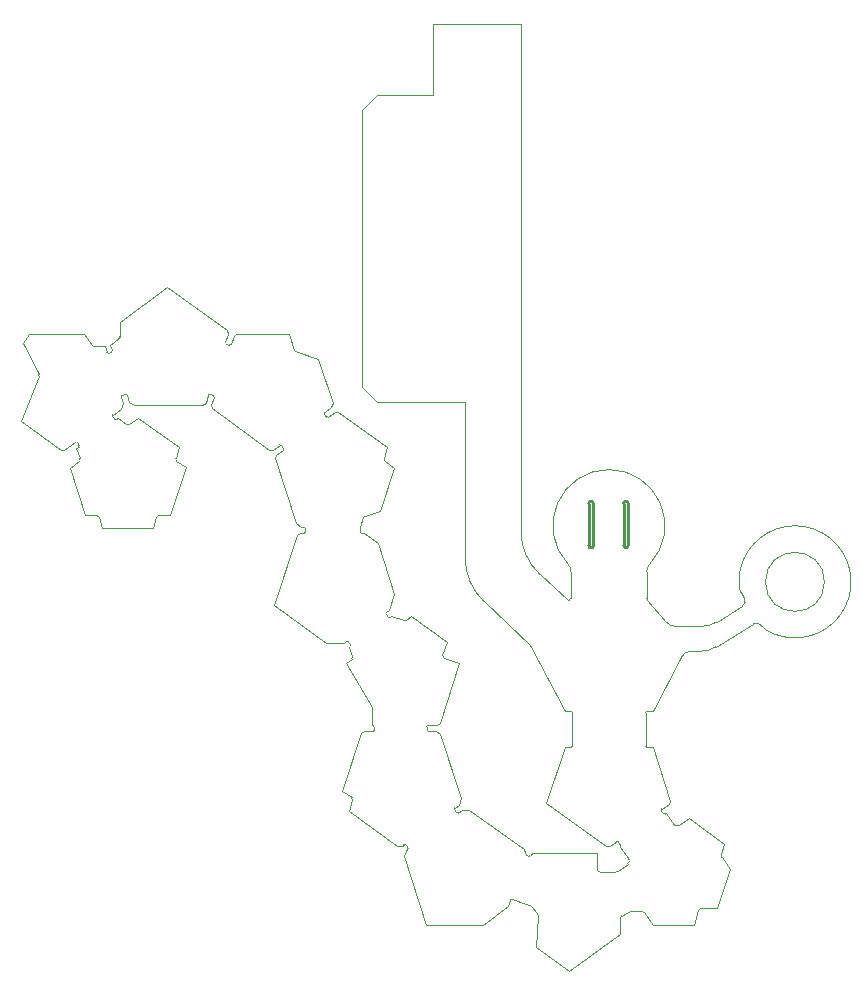
<source format=gbr>
G04 #@! TF.GenerationSoftware,KiCad,Pcbnew,(6.0.1)*
G04 #@! TF.CreationDate,2022-05-29T23:08:33-04:00*
G04 #@! TF.ProjectId,Main-rounded,4d61696e-2d72-46f7-956e-6465642e6b69,10*
G04 #@! TF.SameCoordinates,Original*
G04 #@! TF.FileFunction,Profile,NP*
%FSLAX46Y46*%
G04 Gerber Fmt 4.6, Leading zero omitted, Abs format (unit mm)*
G04 Created by KiCad (PCBNEW (6.0.1)) date 2022-05-29 23:08:33*
%MOMM*%
%LPD*%
G01*
G04 APERTURE LIST*
G04 #@! TA.AperFunction,Profile*
%ADD10C,0.050000*%
G04 #@! TD*
G04 #@! TA.AperFunction,Profile*
%ADD11C,0.250000*%
G04 #@! TD*
G04 APERTURE END LIST*
D10*
X263823981Y-113250446D02*
X263048929Y-113250446D01*
X259161188Y-121307091D02*
G75*
G03*
X259261086Y-121407127I99999J-37D01*
G01*
X213526656Y-87933181D02*
X213370036Y-87450460D01*
X213171890Y-102822060D02*
X212872836Y-101903165D01*
X207779999Y-89930000D02*
G75*
G03*
X207773241Y-89768751I-186211J72961D01*
G01*
X260819092Y-127004731D02*
X260861739Y-126973747D01*
X261227890Y-125903060D02*
X261144682Y-126157307D01*
X214476267Y-93528509D02*
X215188360Y-94045785D01*
X261690375Y-111154971D02*
X263871109Y-111154851D01*
X237596767Y-110305187D02*
X237491109Y-110381869D01*
X233483890Y-125069060D02*
X235070966Y-120188902D01*
X243150847Y-126890151D02*
G75*
G03*
X243290522Y-126912308I80916J58760D01*
G01*
D11*
X257700000Y-100750000D02*
X257700000Y-104300000D01*
D10*
X257039428Y-129627056D02*
X256862859Y-129384387D01*
X263871109Y-111154851D02*
G75*
G03*
X265184143Y-110782192I-136J2499993D01*
G01*
X259525302Y-105865390D02*
G75*
G03*
X259255705Y-106548256I730395J-683013D01*
G01*
X257144671Y-135653256D02*
G75*
G03*
X257020890Y-135896046I176223J-242792D01*
G01*
X244250284Y-126658984D02*
X248891785Y-130034616D01*
X236049847Y-120033038D02*
G75*
G03*
X236149869Y-119933060I21J100001D01*
G01*
X252555111Y-108933437D02*
X250200410Y-106734302D01*
X234337923Y-125861218D02*
G75*
G03*
X234265399Y-125637588I-190178J61900D01*
G01*
X243893890Y-92190260D02*
X243893890Y-105390238D01*
X243290522Y-126912308D02*
X243639432Y-126658938D01*
X267082057Y-107840608D02*
G75*
G03*
X267226368Y-108269618I995396J96056D01*
G01*
X213937992Y-87904854D02*
G75*
G03*
X214002250Y-87778874I-30862J95120D01*
G01*
X267523262Y-108750849D02*
X267226368Y-108269618D01*
X235286010Y-120032868D02*
X236049847Y-120033038D01*
X267360364Y-109438847D02*
G75*
G03*
X267523262Y-108750849I-262636J425468D01*
G01*
X249922890Y-138334060D02*
X250072841Y-135662644D01*
X241723035Y-119347784D02*
X241466851Y-119534242D01*
X243367984Y-126238131D02*
X242996727Y-126507729D01*
X224505890Y-86374160D02*
X228951890Y-86375960D01*
D11*
X254750000Y-100770000D02*
X254750000Y-104320000D01*
D10*
X238669005Y-110653580D02*
G75*
G03*
X238848322Y-110625204I61804J190208D01*
G01*
D11*
X257300000Y-104300000D02*
G75*
G03*
X257700000Y-104300000I200000J0D01*
G01*
D10*
X241123890Y-66190060D02*
X241123890Y-60110060D01*
X234265399Y-125637588D02*
X233483890Y-125069060D01*
X260528463Y-126603989D02*
G75*
G03*
X260506189Y-126743647I58692J-80966D01*
G01*
X238708711Y-130581176D02*
X238855870Y-130132637D01*
X223697152Y-86094638D02*
X223803339Y-86421524D01*
X213526656Y-87933181D02*
G75*
G03*
X213652636Y-87997439I95120J30862D01*
G01*
X248982007Y-130341953D02*
G75*
G03*
X249046288Y-130468046I95090J-30955D01*
G01*
X261564789Y-127941436D02*
G75*
G03*
X261983843Y-128007801I242708J176332D01*
G01*
X256723308Y-129362256D02*
X256141324Y-129784123D01*
X221640944Y-92438968D02*
X215825808Y-92436638D01*
X265184143Y-110782192D02*
X267360364Y-109438847D01*
X257020890Y-137173060D02*
X252669890Y-140331060D01*
X239320890Y-110282060D02*
X242319890Y-112463060D01*
X255069469Y-131685100D02*
X255070000Y-130330000D01*
X228474526Y-96185949D02*
G75*
G03*
X228496695Y-96046276I-58751J80921D01*
G01*
X211004570Y-95554278D02*
G75*
G03*
X210864899Y-95532094I-80927J-58743D01*
G01*
X250773013Y-126125969D02*
X252311171Y-121400080D01*
X248613172Y-103079486D02*
G75*
G03*
X250200410Y-106734302I4999992J-636D01*
G01*
X230321510Y-102845974D02*
G75*
G03*
X230221533Y-102745951I-99999J24D01*
G01*
X274308890Y-107386060D02*
G75*
G03*
X274308890Y-107386060I-2500000J0D01*
G01*
X215825808Y-92436638D02*
X215416949Y-92139155D01*
X248618616Y-60110060D02*
X248613172Y-103079486D01*
X252336041Y-118335253D02*
X249365890Y-112702060D01*
X232669535Y-92274228D02*
X232563957Y-92598986D01*
X212872836Y-101903165D02*
G75*
G03*
X212682655Y-101765060I-190180J-61893D01*
G01*
X248986794Y-130327245D02*
X248982006Y-130341953D01*
X233979479Y-112436214D02*
G75*
G03*
X233839810Y-112414020I-80932J-58736D01*
G01*
X219364847Y-96907578D02*
G75*
G03*
X219437566Y-97131273I190199J-61837D01*
G01*
X230221533Y-102745951D02*
X230008026Y-102745903D01*
X229519790Y-87858990D02*
X231439890Y-88483760D01*
X211004570Y-95554278D02*
X211180801Y-95797059D01*
X242974570Y-126647403D02*
X243150847Y-126890151D01*
X212313991Y-87368040D02*
G75*
G03*
X212475777Y-87450460I161785J117577D01*
G01*
X238855870Y-130132637D02*
X238995325Y-130031369D01*
X221907551Y-92245253D02*
X221640944Y-92438968D01*
D11*
X257300000Y-104300000D02*
X257300000Y-100750000D01*
D10*
X256847850Y-131830902D02*
X257655174Y-131244290D01*
X237012857Y-96913203D02*
G75*
G03*
X237085380Y-97136833I190179J-61900D01*
G01*
X220221890Y-97700560D02*
X218899890Y-101763060D01*
D11*
X254350000Y-104320000D02*
X254350000Y-100770000D01*
D10*
X252836303Y-118336741D02*
X252336041Y-118335253D01*
X240649840Y-119934060D02*
G75*
G03*
X240749818Y-120034082I100001J-21D01*
G01*
X222484604Y-92698842D02*
X222385255Y-92393080D01*
X206480000Y-87190000D02*
X206995890Y-86367060D01*
X263241890Y-136413060D02*
X259758341Y-136411153D01*
X237596767Y-110305187D02*
X238669005Y-110653580D01*
X210392890Y-97702460D02*
X211176368Y-97133069D01*
X231439890Y-88483760D02*
X232669535Y-92274228D01*
D11*
X254750000Y-100770000D02*
G75*
G03*
X254350000Y-100770000I-200000J0D01*
G01*
D10*
X237351440Y-110359675D02*
G75*
G03*
X237491109Y-110381869I80932J58736D01*
G01*
X211158617Y-95936730D02*
G75*
G03*
X211180801Y-95797059I-58743J80927D01*
G01*
X222253313Y-91506155D02*
G75*
G03*
X222127271Y-91570291I-30954J-95088D01*
G01*
X250122890Y-130328060D02*
X255070000Y-130330000D01*
X228496695Y-96046276D02*
X228320440Y-95803512D01*
X235003903Y-102731665D02*
G75*
G03*
X234998990Y-102762599I95093J-30960D01*
G01*
X257482806Y-135407836D02*
X257958396Y-135253520D01*
X233979478Y-112436215D02*
X234155689Y-112679011D01*
X247513556Y-134852512D02*
X245374890Y-136405060D01*
X263925007Y-134982213D02*
G75*
G03*
X263639483Y-135189500I-209J-300001D01*
G01*
X214476267Y-93528509D02*
X214343981Y-93624533D01*
X222602714Y-91725061D02*
G75*
G03*
X222538579Y-91599018I-95089J30954D01*
G01*
X268286751Y-110933192D02*
X265137350Y-112877666D01*
X237465123Y-109782925D02*
X237903300Y-108405093D01*
X257017345Y-129766793D02*
G75*
G03*
X257039428Y-129627056I-58776J80902D01*
G01*
X249331698Y-130560464D02*
G75*
G03*
X249457592Y-130496284I30807J95135D01*
G01*
X216208890Y-93475360D02*
X219663890Y-95987760D01*
X223582100Y-87101156D02*
G75*
G03*
X223646234Y-87227199I95090J-30954D01*
G01*
X268977946Y-111100433D02*
G75*
G03*
X269291469Y-111411540I843720J536740D01*
G01*
X223931500Y-87320061D02*
G75*
G03*
X224057543Y-87255927I30954J95090D01*
G01*
X233595070Y-112591641D02*
X233839810Y-112414020D01*
X243893890Y-105390238D02*
G75*
G03*
X245466403Y-109030613I5000002J1D01*
G01*
X240749929Y-119534082D02*
G75*
G03*
X240649907Y-119634060I-21J-100001D01*
G01*
X262840890Y-127385060D02*
X265838890Y-129565060D01*
X249457592Y-130496284D02*
X249512359Y-130328060D01*
X259255705Y-106548256D02*
X259255370Y-108764506D01*
X247686697Y-134320683D02*
X247513556Y-134852512D01*
X215416949Y-92139155D02*
X215224971Y-91547453D01*
X211587853Y-86368891D02*
X212313991Y-87368040D01*
X207773241Y-89768751D02*
X206480000Y-87190000D01*
X236513890Y-104122060D02*
X237903300Y-108405093D01*
X255803473Y-129784123D02*
X250773013Y-126125969D01*
X243639432Y-126658938D02*
X244250284Y-126658984D01*
X229609532Y-103449327D02*
X229889212Y-103245876D01*
X219663890Y-95987760D02*
X219364847Y-96907578D01*
X217933115Y-101763928D02*
G75*
G03*
X217743062Y-101902193I183J-200004D01*
G01*
X211710890Y-101765060D02*
X210392890Y-97702460D01*
X214560399Y-86773356D02*
G75*
G03*
X214642890Y-86611518I-117509J161838D01*
G01*
X222127271Y-91570291D02*
X221907551Y-92245253D01*
X234998990Y-102762599D02*
X234998903Y-103147033D01*
X261983843Y-128007801D02*
X262840890Y-127385060D01*
X222385255Y-92393080D02*
X222602714Y-91725061D01*
X241454858Y-120034239D02*
X241766912Y-120261375D01*
X252850954Y-108733008D02*
X252851781Y-106544188D01*
X214642890Y-85381745D02*
X218682890Y-82448560D01*
X238098235Y-129732516D02*
X234037890Y-126783060D01*
X236513890Y-104122060D02*
X235349455Y-103247112D01*
X261144682Y-126157307D02*
X260528463Y-126603989D01*
X209912085Y-96223725D02*
X210864899Y-95532094D01*
X214050260Y-93219896D02*
X214754189Y-92708896D01*
X234345075Y-113697826D02*
X234074046Y-112861824D01*
X263639483Y-135189500D02*
X263241890Y-136413060D01*
X252311171Y-121400080D02*
X252834870Y-121400611D01*
X252834870Y-121400611D02*
G75*
G03*
X252934971Y-121300647I100J100001D01*
G01*
X234133494Y-112818680D02*
X234074046Y-112861824D01*
X259007419Y-135377226D02*
G75*
G03*
X258764684Y-135253520I-242732J-176288D01*
G01*
X215224971Y-91547453D02*
G75*
G03*
X215098991Y-91483196I-95118J-30861D01*
G01*
D11*
X257700000Y-100750000D02*
G75*
G03*
X257300000Y-100750000I-200000J0D01*
G01*
D10*
X232563957Y-92598986D02*
X231984292Y-93019844D01*
X215098991Y-91483196D02*
X214810000Y-91580000D01*
X260679351Y-126982520D02*
G75*
G03*
X260819092Y-127004731I80964J58691D01*
G01*
X236396890Y-92190260D02*
X235123890Y-90917260D01*
X257020890Y-135896046D02*
X257020890Y-137173060D01*
X224294608Y-86527679D02*
X224505890Y-86374160D01*
X232897192Y-92974930D02*
X233158890Y-92975060D01*
X252936005Y-118436777D02*
G75*
G03*
X252836303Y-118336741I-99999J37D01*
G01*
X235003903Y-102731665D02*
X235263740Y-101933538D01*
X240749818Y-120034082D02*
X241454858Y-120034239D01*
X250072841Y-135662644D02*
G75*
G03*
X249995268Y-135444000I-299529J16813D01*
G01*
X256862859Y-129384387D02*
G75*
G03*
X256723308Y-129362256I-80861J-58835D01*
G01*
X257482806Y-135407836D02*
X257144671Y-135653256D01*
X214810000Y-91580000D02*
G75*
G03*
X214750636Y-91706535I34503J-93380D01*
G01*
X252851781Y-106544188D02*
G75*
G03*
X252582930Y-105861593I-999994J379D01*
G01*
X232138378Y-93402280D02*
G75*
G03*
X232278051Y-93424449I80921J58751D01*
G01*
X237311890Y-95994460D02*
X237012857Y-96913203D01*
X236049958Y-119533038D02*
X235983936Y-119533023D01*
X214050260Y-93219896D02*
G75*
G03*
X214028078Y-93359565I58745J-80926D01*
G01*
X235123890Y-67462860D02*
X236396890Y-66190060D01*
D11*
X254350000Y-104320000D02*
G75*
G03*
X254750000Y-104320000I200000J0D01*
G01*
D10*
X212475777Y-87450460D02*
X213370036Y-87450460D01*
X257958396Y-135253520D02*
X258764684Y-135253520D01*
X243385115Y-114239646D02*
X241723035Y-119347784D01*
X266288908Y-131670813D02*
X265211356Y-134983114D01*
X214028078Y-93359565D02*
X214204311Y-93602349D01*
X234133494Y-112818680D02*
G75*
G03*
X234155689Y-112679011I-58737J80932D01*
G01*
X265594733Y-130714792D02*
X266288908Y-131670813D01*
X265838890Y-129565060D02*
X265552223Y-130445661D01*
X256372260Y-131985218D02*
X256847850Y-131830902D01*
X236671890Y-101389060D02*
X235392064Y-101805255D01*
X256372260Y-131985218D02*
X255369469Y-131985218D01*
X268977946Y-111100433D02*
X268971521Y-111090615D01*
X237869890Y-97707560D02*
X236671890Y-101389060D01*
X229391438Y-87730534D02*
G75*
G03*
X229519790Y-87858990I190235J61729D01*
G01*
X213652636Y-87997439D02*
X213937992Y-87904854D01*
X228180767Y-95781343D02*
X227607906Y-96197261D01*
X249302185Y-134740464D02*
X247812696Y-134256500D01*
X259769078Y-121407642D02*
X261227890Y-125903060D01*
X259255370Y-108764506D02*
G75*
G03*
X259303105Y-108894210I199988J-34D01*
G01*
X211158617Y-95936730D02*
X210976046Y-96069255D01*
X234272265Y-113921392D02*
G75*
G03*
X234345075Y-113697826I-117444J161888D01*
G01*
X218899890Y-101763060D02*
X217933115Y-101763929D01*
X248618616Y-60110060D02*
X241123890Y-60110060D01*
X249365890Y-112702060D02*
X245466403Y-109030613D01*
X235984884Y-117995050D02*
X233839890Y-114235060D01*
X214002250Y-87778874D02*
X213844630Y-87293070D01*
X217443890Y-102824060D02*
X213171890Y-102822060D01*
X230321442Y-103145974D02*
X230321510Y-102845974D01*
X237197425Y-109977209D02*
X237465123Y-109782925D01*
X249046288Y-130468046D02*
X249331698Y-130560464D01*
X227691890Y-109342060D02*
X229609532Y-103449327D01*
X265211356Y-134983114D02*
X263925007Y-134982213D01*
X235392064Y-101805255D02*
G75*
G03*
X235263740Y-101933538I61853J-190197D01*
G01*
X223646234Y-87227199D02*
X223931500Y-87320061D01*
X212682655Y-101765060D02*
X211710890Y-101765060D01*
X219437566Y-97131273D02*
X220221890Y-97700560D01*
X252934971Y-121300647D02*
X252936005Y-118436777D01*
X242319890Y-112463060D02*
X241960823Y-113565849D01*
X235098881Y-103247056D02*
X235349455Y-103247112D01*
X215423429Y-94045798D02*
X216208890Y-93475360D01*
X234998903Y-103147033D02*
G75*
G03*
X235098881Y-103247056I100002J-21D01*
G01*
X217743062Y-101902193D02*
X217443890Y-102824060D01*
X213844630Y-87293070D02*
X214560399Y-86773356D01*
X247812685Y-134256534D02*
G75*
G03*
X247686697Y-134320683I-30900J-95106D01*
G01*
X234037890Y-126783060D02*
X234337923Y-125861218D01*
X236396890Y-66190060D02*
X241123890Y-66190060D01*
X263048929Y-113250446D02*
G75*
G03*
X262163620Y-113785442I-2J-999998D01*
G01*
X242996727Y-126507729D02*
G75*
G03*
X242974570Y-126647403I58758J-80915D01*
G01*
X243516351Y-125650111D02*
X243367984Y-126238131D01*
X263823981Y-113250446D02*
G75*
G03*
X265137350Y-112877666I0J2500005D01*
G01*
X214204311Y-93602349D02*
G75*
G03*
X214343981Y-93624533I80927J58745D01*
G01*
X238841205Y-129648946D02*
G75*
G03*
X238701530Y-129626789I-80916J-58760D01*
G01*
X249431443Y-134823953D02*
G75*
G03*
X249302185Y-134740464I-221954J-201827D01*
G01*
X259762253Y-118357344D02*
X259262514Y-118355857D01*
X255069469Y-131685100D02*
G75*
G03*
X255369469Y-131985218I299998J-120D01*
G01*
X256974924Y-129797613D02*
X257017345Y-129766793D01*
X259303105Y-108894210D02*
X260928996Y-110803344D01*
X230221420Y-103245951D02*
G75*
G03*
X230321442Y-103145974I23J99999D01*
G01*
X209650890Y-96223660D02*
X206270000Y-93760000D01*
X237175230Y-110116878D02*
X237351441Y-110359674D01*
X238701530Y-129626789D02*
X238555962Y-129732497D01*
X240596890Y-136403060D02*
X238708711Y-130581176D01*
X259261086Y-121407127D02*
X259769078Y-121407642D01*
X238555962Y-129732497D02*
X238098235Y-129732516D01*
X241466851Y-119534242D02*
X240749929Y-119534082D01*
X231984292Y-93019844D02*
G75*
G03*
X231962123Y-93159517I58751J-80921D01*
G01*
X241960823Y-113565849D02*
G75*
G03*
X242089114Y-113817955I190172J-61921D01*
G01*
X228951890Y-86375960D02*
X229391438Y-87730534D01*
X227607906Y-96197261D02*
X227295781Y-96197109D01*
X233839890Y-114235060D02*
X234272265Y-113921392D01*
X214750636Y-91706535D02*
X214915229Y-92212937D01*
X211176368Y-97133069D02*
G75*
G03*
X211249004Y-96909488I-117580J161788D01*
G01*
X214642890Y-86611518D02*
X214642890Y-85381745D01*
X209912085Y-96223725D02*
X209650890Y-96223660D01*
X252652000Y-108932930D02*
G75*
G03*
X252850954Y-108733008I-1047J199998D01*
G01*
X260928996Y-110803344D02*
G75*
G03*
X261690375Y-111154971I761322J648372D01*
G01*
X261564789Y-127941436D02*
X260861739Y-126973747D01*
X230008026Y-102745903D02*
X229588712Y-102441390D01*
X259525302Y-105865390D02*
G75*
G03*
X252582930Y-105861593I-3469413J3244330D01*
G01*
X218682890Y-82448560D02*
X223697152Y-86094638D01*
X227295781Y-96197109D02*
X222484604Y-92698842D01*
X265552223Y-130445661D02*
G75*
G03*
X265594733Y-130714792I285266J-92864D01*
G01*
X238995325Y-130031369D02*
G75*
G03*
X239017482Y-129891694I-58760J80916D01*
G01*
X222538579Y-91599018D02*
X222253313Y-91506156D01*
X260506189Y-126743647D02*
X260679350Y-126982520D01*
X206270000Y-93760000D02*
X207780000Y-89930000D01*
X233158890Y-92975060D02*
X237311890Y-95994460D01*
X259262514Y-118355857D02*
G75*
G03*
X259162217Y-118455821I-298J-99999D01*
G01*
X223803339Y-86421524D02*
X223582100Y-87101156D01*
X233595070Y-112591641D02*
X232119890Y-112562060D01*
X256141324Y-129784123D02*
X255803473Y-129784123D01*
X235983936Y-119533023D02*
X235984884Y-117995050D01*
X269291469Y-111411540D02*
G75*
G03*
X267082057Y-107840608I2518388J4027152D01*
G01*
X249995268Y-135444000D02*
X249431443Y-134823953D01*
X236149936Y-119633060D02*
G75*
G03*
X236049958Y-119533038I-100001J21D01*
G01*
X237197425Y-109977209D02*
G75*
G03*
X237175230Y-110116878I58737J-80932D01*
G01*
X239017482Y-129891694D02*
X238841205Y-129648946D01*
X232278051Y-93424449D02*
X232897192Y-92974930D01*
X215188360Y-94045785D02*
G75*
G03*
X215423429Y-94045798I117543J161817D01*
G01*
X235123890Y-90917260D02*
X235123890Y-67462860D01*
X262163620Y-113785442D02*
X259762253Y-118357344D01*
X232119890Y-112562060D02*
X227691890Y-109342060D01*
X248891785Y-130034616D02*
X248986794Y-130327245D01*
X259758341Y-136411153D02*
X259007419Y-135377226D01*
X238848322Y-110625204D02*
X239320890Y-110282060D01*
X245374890Y-136405060D02*
X240596890Y-136403060D01*
X252669890Y-140331060D02*
X249922890Y-138334060D01*
X224057543Y-87255927D02*
X224294608Y-86527679D01*
X214915229Y-92212937D02*
X214754189Y-92708896D01*
X259162217Y-118455821D02*
X259161188Y-121307091D01*
X236149869Y-119933060D02*
X236149936Y-119633060D01*
X227796927Y-96920136D02*
X227899941Y-96603118D01*
X240649907Y-119634060D02*
X240649840Y-119934060D01*
X229889212Y-103245876D02*
X230221420Y-103245951D01*
X211249004Y-96909488D02*
X210976046Y-96069255D01*
X268971521Y-111090615D02*
G75*
G03*
X268286751Y-110933192I-422096J-268022D01*
G01*
X241766912Y-120261375D02*
X243516351Y-125650111D01*
X257721535Y-130825261D02*
X256974924Y-129797613D01*
X257655174Y-131244290D02*
G75*
G03*
X257721535Y-130825261I-176345J242697D01*
G01*
X237085380Y-97136833D02*
X237869890Y-97707560D01*
X242089114Y-113817955D02*
X243385115Y-114239646D01*
X243893890Y-92190260D02*
X236396890Y-92190260D01*
X228320441Y-95803512D02*
G75*
G03*
X228180767Y-95781343I-80922J-58754D01*
G01*
X227899941Y-96603118D02*
X228474526Y-96185949D01*
X252555111Y-108933437D02*
X252652000Y-108932930D01*
X229588712Y-102441390D02*
X227796927Y-96920136D01*
X249512359Y-130328060D02*
X250122890Y-130328060D01*
X231962123Y-93159517D02*
X232138378Y-93402280D01*
X206995890Y-86367060D02*
X211587853Y-86368891D01*
X235070966Y-120188902D02*
X235286010Y-120032868D01*
M02*

</source>
